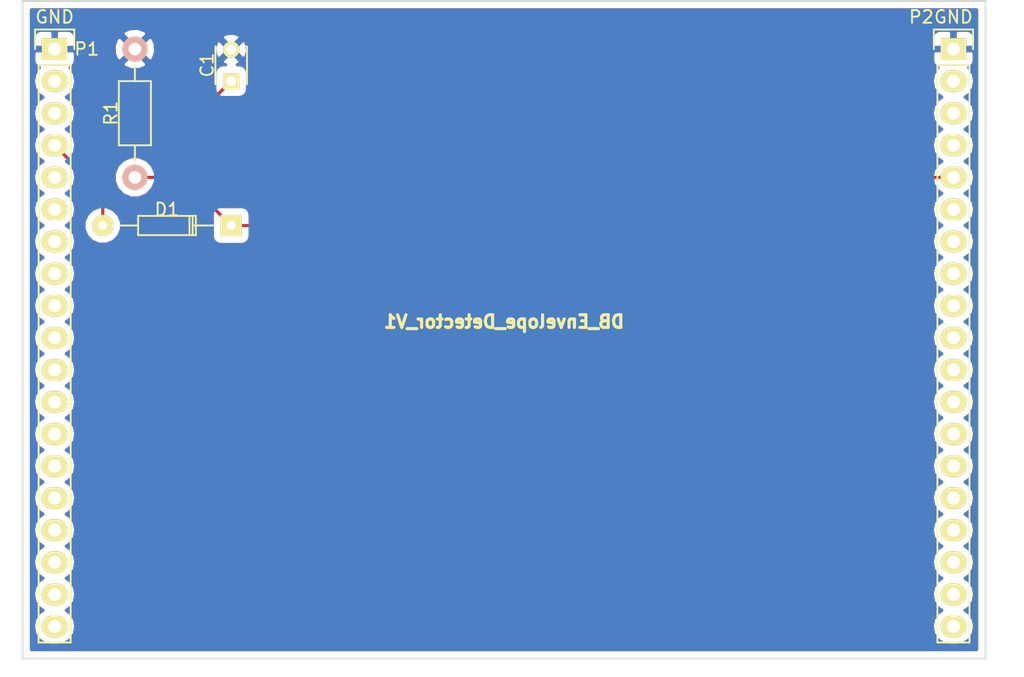
<source format=kicad_pcb>
(kicad_pcb (version 4) (host pcbnew 4.0.3+e1-6302~38~ubuntu16.04.1-stable)

  (general
    (links 7)
    (no_connects 0)
    (area 126.411667 101.524999 207.598334 155.38)
    (thickness 1.6)
    (drawings 6)
    (tracks 11)
    (zones 0)
    (modules 5)
    (nets 38)
  )

  (page A4)
  (layers
    (0 F.Cu signal)
    (31 B.Cu signal)
    (32 B.Adhes user)
    (33 F.Adhes user)
    (34 B.Paste user)
    (35 F.Paste user)
    (36 B.SilkS user)
    (37 F.SilkS user)
    (38 B.Mask user)
    (39 F.Mask user)
    (40 Dwgs.User user)
    (41 Cmts.User user)
    (42 Eco1.User user)
    (43 Eco2.User user)
    (44 Edge.Cuts user)
    (45 Margin user)
    (46 B.CrtYd user)
    (47 F.CrtYd user)
    (48 B.Fab user)
    (49 F.Fab user)
  )

  (setup
    (last_trace_width 0.25)
    (trace_clearance 0.2)
    (zone_clearance 0.508)
    (zone_45_only no)
    (trace_min 0.2)
    (segment_width 0.2)
    (edge_width 0.15)
    (via_size 0.6)
    (via_drill 0.4)
    (via_min_size 0.4)
    (via_min_drill 0.3)
    (uvia_size 0.3)
    (uvia_drill 0.1)
    (uvias_allowed no)
    (uvia_min_size 0.2)
    (uvia_min_drill 0.1)
    (pcb_text_width 0.3)
    (pcb_text_size 1 1)
    (mod_edge_width 0.15)
    (mod_text_size 1 1)
    (mod_text_width 0.15)
    (pad_size 1.524 1.524)
    (pad_drill 0.762)
    (pad_to_mask_clearance 0.2)
    (aux_axis_origin 0 0)
    (visible_elements 7FFFFFFF)
    (pcbplotparams
      (layerselection 0x000f0_80000001)
      (usegerberextensions false)
      (excludeedgelayer true)
      (linewidth 0.100000)
      (plotframeref false)
      (viasonmask false)
      (mode 1)
      (useauxorigin false)
      (hpglpennumber 1)
      (hpglpenspeed 20)
      (hpglpendiameter 15)
      (hpglpenoverlay 2)
      (psnegative false)
      (psa4output false)
      (plotreference true)
      (plotvalue true)
      (plotinvisibletext false)
      (padsonsilk false)
      (subtractmaskfromsilk false)
      (outputformat 1)
      (mirror false)
      (drillshape 0)
      (scaleselection 1)
      (outputdirectory gerber/))
  )

  (net 0 "")
  (net 1 "Net-(C1-Pad1)")
  (net 2 "Net-(D1-Pad2)")
  (net 3 "Net-(P1-Pad2)")
  (net 4 "Net-(P1-Pad3)")
  (net 5 "Net-(P1-Pad5)")
  (net 6 "Net-(P1-Pad6)")
  (net 7 "Net-(P1-Pad7)")
  (net 8 "Net-(P1-Pad8)")
  (net 9 "Net-(P1-Pad9)")
  (net 10 "Net-(P1-Pad10)")
  (net 11 "Net-(P1-Pad11)")
  (net 12 "Net-(P1-Pad12)")
  (net 13 "Net-(P1-Pad13)")
  (net 14 "Net-(P1-Pad14)")
  (net 15 "Net-(P1-Pad15)")
  (net 16 "Net-(P1-Pad16)")
  (net 17 "Net-(P1-Pad17)")
  (net 18 "Net-(P1-Pad18)")
  (net 19 "Net-(P1-Pad19)")
  (net 20 "Net-(P2-Pad2)")
  (net 21 "Net-(P2-Pad3)")
  (net 22 "Net-(P2-Pad4)")
  (net 23 "Net-(P2-Pad6)")
  (net 24 "Net-(P2-Pad7)")
  (net 25 "Net-(P2-Pad8)")
  (net 26 "Net-(P2-Pad9)")
  (net 27 "Net-(P2-Pad10)")
  (net 28 "Net-(P2-Pad11)")
  (net 29 "Net-(P2-Pad12)")
  (net 30 "Net-(P2-Pad13)")
  (net 31 "Net-(P2-Pad14)")
  (net 32 "Net-(P2-Pad15)")
  (net 33 "Net-(P2-Pad16)")
  (net 34 "Net-(P2-Pad17)")
  (net 35 "Net-(P2-Pad18)")
  (net 36 "Net-(P2-Pad19)")
  (net 37 GND)

  (net_class Default "This is the default net class."
    (clearance 0.2)
    (trace_width 0.25)
    (via_dia 0.6)
    (via_drill 0.4)
    (uvia_dia 0.3)
    (uvia_drill 0.1)
    (add_net GND)
    (add_net "Net-(C1-Pad1)")
    (add_net "Net-(D1-Pad2)")
    (add_net "Net-(P1-Pad10)")
    (add_net "Net-(P1-Pad11)")
    (add_net "Net-(P1-Pad12)")
    (add_net "Net-(P1-Pad13)")
    (add_net "Net-(P1-Pad14)")
    (add_net "Net-(P1-Pad15)")
    (add_net "Net-(P1-Pad16)")
    (add_net "Net-(P1-Pad17)")
    (add_net "Net-(P1-Pad18)")
    (add_net "Net-(P1-Pad19)")
    (add_net "Net-(P1-Pad2)")
    (add_net "Net-(P1-Pad3)")
    (add_net "Net-(P1-Pad5)")
    (add_net "Net-(P1-Pad6)")
    (add_net "Net-(P1-Pad7)")
    (add_net "Net-(P1-Pad8)")
    (add_net "Net-(P1-Pad9)")
    (add_net "Net-(P2-Pad10)")
    (add_net "Net-(P2-Pad11)")
    (add_net "Net-(P2-Pad12)")
    (add_net "Net-(P2-Pad13)")
    (add_net "Net-(P2-Pad14)")
    (add_net "Net-(P2-Pad15)")
    (add_net "Net-(P2-Pad16)")
    (add_net "Net-(P2-Pad17)")
    (add_net "Net-(P2-Pad18)")
    (add_net "Net-(P2-Pad19)")
    (add_net "Net-(P2-Pad2)")
    (add_net "Net-(P2-Pad3)")
    (add_net "Net-(P2-Pad4)")
    (add_net "Net-(P2-Pad6)")
    (add_net "Net-(P2-Pad7)")
    (add_net "Net-(P2-Pad8)")
    (add_net "Net-(P2-Pad9)")
  )

  (module Capacitors_ThroughHole:C_Disc_D3_P2.5 (layer F.Cu) (tedit 57B461C0) (tstamp 57AB4846)
    (at 144.78 107.95 90)
    (descr "Capacitor 3mm Disc, Pitch 2.5mm")
    (tags Capacitor)
    (path /57A4D575)
    (fp_text reference C1 (at 1.27 -1.905 90) (layer F.SilkS)
      (effects (font (size 1 1) (thickness 0.15)))
    )
    (fp_text value 10p (at 1.27 1.905 90) (layer F.Fab)
      (effects (font (size 1 1) (thickness 0.15)))
    )
    (fp_line (start -0.9 -1.5) (end 3.4 -1.5) (layer F.CrtYd) (width 0.05))
    (fp_line (start 3.4 -1.5) (end 3.4 1.5) (layer F.CrtYd) (width 0.05))
    (fp_line (start 3.4 1.5) (end -0.9 1.5) (layer F.CrtYd) (width 0.05))
    (fp_line (start -0.9 1.5) (end -0.9 -1.5) (layer F.CrtYd) (width 0.05))
    (fp_line (start -0.25 -1.25) (end 2.75 -1.25) (layer F.SilkS) (width 0.15))
    (fp_line (start 2.75 1.25) (end -0.25 1.25) (layer F.SilkS) (width 0.15))
    (pad 1 thru_hole rect (at 0 0 90) (size 1.3 1.3) (drill 0.8) (layers *.Cu *.Mask F.SilkS)
      (net 1 "Net-(C1-Pad1)"))
    (pad 2 thru_hole circle (at 2.5 0 90) (size 1.3 1.3) (drill 0.8001) (layers *.Cu *.Mask F.SilkS)
      (net 37 GND))
    (model Capacitors_ThroughHole.3dshapes/C_Disc_D3_P2.5.wrl
      (at (xyz 0.0492126 0 0))
      (scale (xyz 1 1 1))
      (rotate (xyz 0 0 0))
    )
  )

  (module Resistors_ThroughHole:Resistor_Horizontal_RM10mm (layer F.Cu) (tedit 57B4619E) (tstamp 57AB4880)
    (at 137.16 115.57 90)
    (descr "Resistor, Axial,  RM 10mm, 1/3W")
    (tags "Resistor Axial RM 10mm 1/3W")
    (path /57A4D538)
    (fp_text reference R1 (at 5.08 -1.905 90) (layer F.SilkS)
      (effects (font (size 1 1) (thickness 0.15)))
    )
    (fp_text value 3.9k (at 5.08 1.905 90) (layer F.Fab)
      (effects (font (size 1 1) (thickness 0.15)))
    )
    (fp_line (start -1.25 -1.5) (end 11.4 -1.5) (layer F.CrtYd) (width 0.05))
    (fp_line (start -1.25 1.5) (end -1.25 -1.5) (layer F.CrtYd) (width 0.05))
    (fp_line (start 11.4 -1.5) (end 11.4 1.5) (layer F.CrtYd) (width 0.05))
    (fp_line (start -1.25 1.5) (end 11.4 1.5) (layer F.CrtYd) (width 0.05))
    (fp_line (start 2.54 -1.27) (end 7.62 -1.27) (layer F.SilkS) (width 0.15))
    (fp_line (start 7.62 -1.27) (end 7.62 1.27) (layer F.SilkS) (width 0.15))
    (fp_line (start 7.62 1.27) (end 2.54 1.27) (layer F.SilkS) (width 0.15))
    (fp_line (start 2.54 1.27) (end 2.54 -1.27) (layer F.SilkS) (width 0.15))
    (fp_line (start 2.54 0) (end 1.27 0) (layer F.SilkS) (width 0.15))
    (fp_line (start 7.62 0) (end 8.89 0) (layer F.SilkS) (width 0.15))
    (pad 1 thru_hole circle (at 0 0 90) (size 1.99898 1.99898) (drill 1.00076) (layers *.Cu *.SilkS *.Mask)
      (net 1 "Net-(C1-Pad1)"))
    (pad 2 thru_hole circle (at 10.16 0 90) (size 1.99898 1.99898) (drill 1.00076) (layers *.Cu *.SilkS *.Mask)
      (net 37 GND))
    (model Resistors_ThroughHole.3dshapes/Resistor_Horizontal_RM10mm.wrl
      (at (xyz 0.2 0 0))
      (scale (xyz 0.4 0.4 0.4))
      (rotate (xyz 0 0 0))
    )
  )

  (module Diodes_ThroughHole:Diode_DO-35_SOD27_Horizontal_RM10 (layer F.Cu) (tedit 57B4618B) (tstamp 57AB484C)
    (at 144.78 119.38 180)
    (descr "Diode, DO-35,  SOD27, Horizontal, RM 10mm")
    (tags "Diode, DO-35, SOD27, Horizontal, RM 10mm, 1N4148,")
    (path /57A4D48B)
    (fp_text reference D1 (at 5.08 1.27 180) (layer F.SilkS)
      (effects (font (size 1 1) (thickness 0.15)))
    )
    (fp_text value 1N60 (at 5.08 -1.27 180) (layer F.Fab)
      (effects (font (size 1 1) (thickness 0.15)))
    )
    (fp_line (start 7.36652 -0.00254) (end 8.76352 -0.00254) (layer F.SilkS) (width 0.15))
    (fp_line (start 2.92152 -0.00254) (end 1.39752 -0.00254) (layer F.SilkS) (width 0.15))
    (fp_line (start 3.30252 -0.76454) (end 3.30252 0.75946) (layer F.SilkS) (width 0.15))
    (fp_line (start 3.04852 -0.76454) (end 3.04852 0.75946) (layer F.SilkS) (width 0.15))
    (fp_line (start 2.79452 -0.00254) (end 2.79452 0.75946) (layer F.SilkS) (width 0.15))
    (fp_line (start 2.79452 0.75946) (end 7.36652 0.75946) (layer F.SilkS) (width 0.15))
    (fp_line (start 7.36652 0.75946) (end 7.36652 -0.76454) (layer F.SilkS) (width 0.15))
    (fp_line (start 7.36652 -0.76454) (end 2.79452 -0.76454) (layer F.SilkS) (width 0.15))
    (fp_line (start 2.79452 -0.76454) (end 2.79452 -0.00254) (layer F.SilkS) (width 0.15))
    (pad 2 thru_hole circle (at 10.16052 -0.00254) (size 1.69926 1.69926) (drill 0.70104) (layers *.Cu *.Mask F.SilkS)
      (net 2 "Net-(D1-Pad2)"))
    (pad 1 thru_hole rect (at 0.00052 -0.00254) (size 1.69926 1.69926) (drill 0.70104) (layers *.Cu *.Mask F.SilkS)
      (net 1 "Net-(C1-Pad1)"))
    (model Diodes_ThroughHole.3dshapes/Diode_DO-35_SOD27_Horizontal_RM10.wrl
      (at (xyz 0.2 0 0))
      (scale (xyz 0.4 0.4 0.4))
      (rotate (xyz 0 0 180))
    )
  )

  (module Echopen:Header_1x19 (layer F.Cu) (tedit 57BB3326) (tstamp 57AB4863)
    (at 130.81 128.27)
    (descr "Through hole socket strip")
    (tags "socket strip")
    (path /57A857B8)
    (fp_text reference P1 (at 2.54 -22.86) (layer F.SilkS)
      (effects (font (size 1 1) (thickness 0.15)))
    )
    (fp_text value CONN_01X19 (at 0.635 26.035) (layer F.Fab)
      (effects (font (size 1 1) (thickness 0.15)))
    )
    (fp_text user GND (at 0 -25.4) (layer F.SilkS)
      (effects (font (size 1 1) (thickness 0.15)))
    )
    (fp_line (start 1.75 -24.61) (end -1.75 -24.61) (layer F.CrtYd) (width 0.05))
    (fp_line (start 1.75 24.64) (end -1.75 24.64) (layer F.CrtYd) (width 0.05))
    (fp_line (start 1.75 -24.61) (end 1.75 24.64) (layer F.CrtYd) (width 0.05))
    (fp_line (start -1.75 -24.61) (end -1.75 24.64) (layer F.CrtYd) (width 0.05))
    (fp_line (start -1.27 -21.59) (end -1.27 24.13) (layer F.SilkS) (width 0.15))
    (fp_line (start -1.27 24.13) (end 1.27 24.13) (layer F.SilkS) (width 0.15))
    (fp_line (start 1.27 24.13) (end 1.27 -21.59) (layer F.SilkS) (width 0.15))
    (fp_line (start -1.55 -24.41) (end -1.55 -22.86) (layer F.SilkS) (width 0.15))
    (fp_line (start -1.27 -21.59) (end 1.27 -21.59) (layer F.SilkS) (width 0.15))
    (fp_line (start 1.55 -22.86) (end 1.55 -24.41) (layer F.SilkS) (width 0.15))
    (fp_line (start 1.55 -24.41) (end -1.55 -24.41) (layer F.SilkS) (width 0.15))
    (pad 1 thru_hole rect (at 0 -22.86 270) (size 1.7272 2.032) (drill 1.016) (layers *.Cu *.Mask F.SilkS)
      (net 37 GND))
    (pad 2 thru_hole oval (at 0 -20.32 270) (size 1.7272 2.032) (drill 1.016) (layers *.Cu *.Mask F.SilkS)
      (net 3 "Net-(P1-Pad2)"))
    (pad 3 thru_hole oval (at 0 -17.78 270) (size 1.7272 2.032) (drill 1.016) (layers *.Cu *.Mask F.SilkS)
      (net 4 "Net-(P1-Pad3)"))
    (pad 4 thru_hole oval (at 0 -15.24 270) (size 1.7272 2.032) (drill 1.016) (layers *.Cu *.Mask F.SilkS)
      (net 2 "Net-(D1-Pad2)"))
    (pad 5 thru_hole oval (at 0 -12.7 270) (size 1.7272 2.032) (drill 1.016) (layers *.Cu *.Mask F.SilkS)
      (net 5 "Net-(P1-Pad5)"))
    (pad 6 thru_hole oval (at 0 -10.16 270) (size 1.7272 2.032) (drill 1.016) (layers *.Cu *.Mask F.SilkS)
      (net 6 "Net-(P1-Pad6)"))
    (pad 7 thru_hole oval (at 0 -7.62 270) (size 1.7272 2.032) (drill 1.016) (layers *.Cu *.Mask F.SilkS)
      (net 7 "Net-(P1-Pad7)"))
    (pad 8 thru_hole oval (at 0 -5.08 270) (size 1.7272 2.032) (drill 1.016) (layers *.Cu *.Mask F.SilkS)
      (net 8 "Net-(P1-Pad8)"))
    (pad 9 thru_hole oval (at 0 -2.54 270) (size 1.7272 2.032) (drill 1.016) (layers *.Cu *.Mask F.SilkS)
      (net 9 "Net-(P1-Pad9)"))
    (pad 10 thru_hole oval (at 0 0 270) (size 1.7272 2.032) (drill 1.016) (layers *.Cu *.Mask F.SilkS)
      (net 10 "Net-(P1-Pad10)"))
    (pad 11 thru_hole oval (at 0 2.54 270) (size 1.7272 2.032) (drill 1.016) (layers *.Cu *.Mask F.SilkS)
      (net 11 "Net-(P1-Pad11)"))
    (pad 12 thru_hole oval (at 0 5.08 270) (size 1.7272 2.032) (drill 1.016) (layers *.Cu *.Mask F.SilkS)
      (net 12 "Net-(P1-Pad12)"))
    (pad 13 thru_hole oval (at 0 7.62 270) (size 1.7272 2.032) (drill 1.016) (layers *.Cu *.Mask F.SilkS)
      (net 13 "Net-(P1-Pad13)"))
    (pad 14 thru_hole oval (at 0 10.16 270) (size 1.7272 2.032) (drill 1.016) (layers *.Cu *.Mask F.SilkS)
      (net 14 "Net-(P1-Pad14)"))
    (pad 15 thru_hole oval (at 0 12.7 270) (size 1.7272 2.032) (drill 1.016) (layers *.Cu *.Mask F.SilkS)
      (net 15 "Net-(P1-Pad15)"))
    (pad 16 thru_hole oval (at 0 15.24 270) (size 1.7272 2.032) (drill 1.016) (layers *.Cu *.Mask F.SilkS)
      (net 16 "Net-(P1-Pad16)"))
    (pad 17 thru_hole oval (at 0 17.78 270) (size 1.7272 2.032) (drill 1.016) (layers *.Cu *.Mask F.SilkS)
      (net 17 "Net-(P1-Pad17)"))
    (pad 18 thru_hole oval (at 0 20.32 270) (size 1.7272 2.032) (drill 1.016) (layers *.Cu *.Mask F.SilkS)
      (net 18 "Net-(P1-Pad18)"))
    (pad 19 thru_hole oval (at 0 22.86 270) (size 1.7272 2.032) (drill 1.016) (layers *.Cu *.Mask F.SilkS)
      (net 19 "Net-(P1-Pad19)"))
    (model Socket_Strips.3dshapes/Socket_Strip_Straight_1x19.wrl
      (at (xyz 0 0 0))
      (scale (xyz 1 1 1))
      (rotate (xyz 0 0 90))
    )
  )

  (module Echopen:Header_1x19 (layer F.Cu) (tedit 57BB332F) (tstamp 57AB487A)
    (at 201.93 128.27)
    (descr "Through hole socket strip")
    (tags "socket strip")
    (path /57A857FF)
    (fp_text reference P2 (at -2.54 -25.4) (layer F.SilkS)
      (effects (font (size 1 1) (thickness 0.15)))
    )
    (fp_text value CONN_01X19 (at 0.635 26.035) (layer F.Fab)
      (effects (font (size 1 1) (thickness 0.15)))
    )
    (fp_text user GND (at 0 -25.4) (layer F.SilkS)
      (effects (font (size 1 1) (thickness 0.15)))
    )
    (fp_line (start 1.75 -24.61) (end -1.75 -24.61) (layer F.CrtYd) (width 0.05))
    (fp_line (start 1.75 24.64) (end -1.75 24.64) (layer F.CrtYd) (width 0.05))
    (fp_line (start 1.75 -24.61) (end 1.75 24.64) (layer F.CrtYd) (width 0.05))
    (fp_line (start -1.75 -24.61) (end -1.75 24.64) (layer F.CrtYd) (width 0.05))
    (fp_line (start -1.27 -21.59) (end -1.27 24.13) (layer F.SilkS) (width 0.15))
    (fp_line (start -1.27 24.13) (end 1.27 24.13) (layer F.SilkS) (width 0.15))
    (fp_line (start 1.27 24.13) (end 1.27 -21.59) (layer F.SilkS) (width 0.15))
    (fp_line (start -1.55 -24.41) (end -1.55 -22.86) (layer F.SilkS) (width 0.15))
    (fp_line (start -1.27 -21.59) (end 1.27 -21.59) (layer F.SilkS) (width 0.15))
    (fp_line (start 1.55 -22.86) (end 1.55 -24.41) (layer F.SilkS) (width 0.15))
    (fp_line (start 1.55 -24.41) (end -1.55 -24.41) (layer F.SilkS) (width 0.15))
    (pad 1 thru_hole rect (at 0 -22.86 270) (size 1.7272 2.032) (drill 1.016) (layers *.Cu *.Mask F.SilkS)
      (net 37 GND))
    (pad 2 thru_hole oval (at 0 -20.32 270) (size 1.7272 2.032) (drill 1.016) (layers *.Cu *.Mask F.SilkS)
      (net 20 "Net-(P2-Pad2)"))
    (pad 3 thru_hole oval (at 0 -17.78 270) (size 1.7272 2.032) (drill 1.016) (layers *.Cu *.Mask F.SilkS)
      (net 21 "Net-(P2-Pad3)"))
    (pad 4 thru_hole oval (at 0 -15.24 270) (size 1.7272 2.032) (drill 1.016) (layers *.Cu *.Mask F.SilkS)
      (net 22 "Net-(P2-Pad4)"))
    (pad 5 thru_hole oval (at 0 -12.7 270) (size 1.7272 2.032) (drill 1.016) (layers *.Cu *.Mask F.SilkS)
      (net 1 "Net-(C1-Pad1)"))
    (pad 6 thru_hole oval (at 0 -10.16 270) (size 1.7272 2.032) (drill 1.016) (layers *.Cu *.Mask F.SilkS)
      (net 23 "Net-(P2-Pad6)"))
    (pad 7 thru_hole oval (at 0 -7.62 270) (size 1.7272 2.032) (drill 1.016) (layers *.Cu *.Mask F.SilkS)
      (net 24 "Net-(P2-Pad7)"))
    (pad 8 thru_hole oval (at 0 -5.08 270) (size 1.7272 2.032) (drill 1.016) (layers *.Cu *.Mask F.SilkS)
      (net 25 "Net-(P2-Pad8)"))
    (pad 9 thru_hole oval (at 0 -2.54 270) (size 1.7272 2.032) (drill 1.016) (layers *.Cu *.Mask F.SilkS)
      (net 26 "Net-(P2-Pad9)"))
    (pad 10 thru_hole oval (at 0 0 270) (size 1.7272 2.032) (drill 1.016) (layers *.Cu *.Mask F.SilkS)
      (net 27 "Net-(P2-Pad10)"))
    (pad 11 thru_hole oval (at 0 2.54 270) (size 1.7272 2.032) (drill 1.016) (layers *.Cu *.Mask F.SilkS)
      (net 28 "Net-(P2-Pad11)"))
    (pad 12 thru_hole oval (at 0 5.08 270) (size 1.7272 2.032) (drill 1.016) (layers *.Cu *.Mask F.SilkS)
      (net 29 "Net-(P2-Pad12)"))
    (pad 13 thru_hole oval (at 0 7.62 270) (size 1.7272 2.032) (drill 1.016) (layers *.Cu *.Mask F.SilkS)
      (net 30 "Net-(P2-Pad13)"))
    (pad 14 thru_hole oval (at 0 10.16 270) (size 1.7272 2.032) (drill 1.016) (layers *.Cu *.Mask F.SilkS)
      (net 31 "Net-(P2-Pad14)"))
    (pad 15 thru_hole oval (at 0 12.7 270) (size 1.7272 2.032) (drill 1.016) (layers *.Cu *.Mask F.SilkS)
      (net 32 "Net-(P2-Pad15)"))
    (pad 16 thru_hole oval (at 0 15.24 270) (size 1.7272 2.032) (drill 1.016) (layers *.Cu *.Mask F.SilkS)
      (net 33 "Net-(P2-Pad16)"))
    (pad 17 thru_hole oval (at 0 17.78 270) (size 1.7272 2.032) (drill 1.016) (layers *.Cu *.Mask F.SilkS)
      (net 34 "Net-(P2-Pad17)"))
    (pad 18 thru_hole oval (at 0 20.32 270) (size 1.7272 2.032) (drill 1.016) (layers *.Cu *.Mask F.SilkS)
      (net 35 "Net-(P2-Pad18)"))
    (pad 19 thru_hole oval (at 0 22.86 270) (size 1.7272 2.032) (drill 1.016) (layers *.Cu *.Mask F.SilkS)
      (net 36 "Net-(P2-Pad19)"))
    (model Socket_Strips.3dshapes/Socket_Strip_Straight_1x19.wrl
      (at (xyz 0 0 0))
      (scale (xyz 1 1 1))
      (rotate (xyz 0 0 90))
    )
  )

  (gr_text DB_Envelope_Detector_V1 (at 166.37 127) (layer F.SilkS)
    (effects (font (size 1 1) (thickness 0.25)) (justify mirror))
  )
  (gr_line (start 204.47 153.67) (end 191.77 153.67) (angle 90) (layer Edge.Cuts) (width 0.15))
  (gr_line (start 204.47 101.6) (end 204.47 153.67) (angle 90) (layer Edge.Cuts) (width 0.15))
  (gr_line (start 128.27 101.6) (end 204.47 101.6) (angle 90) (layer Edge.Cuts) (width 0.15))
  (gr_line (start 191.77 153.67) (end 128.27 153.67) (angle 90) (layer Edge.Cuts) (width 0.15))
  (gr_line (start 128.27 101.6) (end 128.27 153.67) (angle 90) (layer Edge.Cuts) (width 0.15))

  (segment (start 201.93 115.57) (end 189.23 115.57) (width 0.25) (layer F.Cu) (net 1))
  (segment (start 185.41746 119.38254) (end 189.23 115.57) (width 0.25) (layer F.Cu) (net 1) (tstamp 57BC6798))
  (segment (start 185.41746 119.38254) (end 144.77948 119.38254) (width 0.25) (layer F.Cu) (net 1))
  (segment (start 140.97 115.57) (end 140.97 111.76) (width 0.25) (layer F.Cu) (net 1))
  (segment (start 140.97 111.76) (end 144.78 107.95) (width 0.25) (layer F.Cu) (net 1) (tstamp 57BC678A))
  (segment (start 137.16 115.57) (end 140.97 115.57) (width 0.25) (layer F.Cu) (net 1))
  (segment (start 140.97 115.57) (end 140.96694 115.57) (width 0.25) (layer F.Cu) (net 1) (tstamp 57BC6788))
  (segment (start 140.96694 115.57) (end 144.77948 119.38254) (width 0.25) (layer F.Cu) (net 1) (tstamp 57BC6783))
  (segment (start 144.77948 107.95052) (end 144.78 107.95) (width 0.25) (layer F.Cu) (net 1) (tstamp 57AC31D2) (status 30))
  (segment (start 134.61948 119.38254) (end 134.61948 116.83948) (width 0.25) (layer F.Cu) (net 2))
  (segment (start 134.61948 116.83948) (end 130.81 113.03) (width 0.25) (layer F.Cu) (net 2) (tstamp 57BB344C) (status 20))

  (zone (net 37) (net_name GND) (layer F.Cu) (tstamp 57BEB44B) (hatch edge 0.508)
    (connect_pads (clearance 0.508))
    (min_thickness 0.254)
    (fill yes (arc_segments 16) (thermal_gap 0.508) (thermal_bridge_width 0.508))
    (polygon
      (pts
        (xy 204.47 153.67) (xy 128.27 153.67) (xy 128.27 101.6) (xy 204.47 101.6)
      )
    )
    (filled_polygon
      (pts
        (xy 203.76 152.96) (xy 128.98 152.96) (xy 128.98 107.95) (xy 129.126655 107.95) (xy 129.240729 108.523489)
        (xy 129.565585 109.00967) (xy 129.880366 109.22) (xy 129.565585 109.43033) (xy 129.240729 109.916511) (xy 129.126655 110.49)
        (xy 129.240729 111.063489) (xy 129.565585 111.54967) (xy 129.880366 111.76) (xy 129.565585 111.97033) (xy 129.240729 112.456511)
        (xy 129.126655 113.03) (xy 129.240729 113.603489) (xy 129.565585 114.08967) (xy 129.880366 114.3) (xy 129.565585 114.51033)
        (xy 129.240729 114.996511) (xy 129.126655 115.57) (xy 129.240729 116.143489) (xy 129.565585 116.62967) (xy 129.880366 116.84)
        (xy 129.565585 117.05033) (xy 129.240729 117.536511) (xy 129.126655 118.11) (xy 129.240729 118.683489) (xy 129.565585 119.16967)
        (xy 129.880366 119.38) (xy 129.565585 119.59033) (xy 129.240729 120.076511) (xy 129.126655 120.65) (xy 129.240729 121.223489)
        (xy 129.565585 121.70967) (xy 129.880366 121.92) (xy 129.565585 122.13033) (xy 129.240729 122.616511) (xy 129.126655 123.19)
        (xy 129.240729 123.763489) (xy 129.565585 124.24967) (xy 129.880366 124.46) (xy 129.565585 124.67033) (xy 129.240729 125.156511)
        (xy 129.126655 125.73) (xy 129.240729 126.303489) (xy 129.565585 126.78967) (xy 129.880366 127) (xy 129.565585 127.21033)
        (xy 129.240729 127.696511) (xy 129.126655 128.27) (xy 129.240729 128.843489) (xy 129.565585 129.32967) (xy 129.880366 129.54)
        (xy 129.565585 129.75033) (xy 129.240729 130.236511) (xy 129.126655 130.81) (xy 129.240729 131.383489) (xy 129.565585 131.86967)
        (xy 129.880366 132.08) (xy 129.565585 132.29033) (xy 129.240729 132.776511) (xy 129.126655 133.35) (xy 129.240729 133.923489)
        (xy 129.565585 134.40967) (xy 129.880366 134.62) (xy 129.565585 134.83033) (xy 129.240729 135.316511) (xy 129.126655 135.89)
        (xy 129.240729 136.463489) (xy 129.565585 136.94967) (xy 129.880366 137.16) (xy 129.565585 137.37033) (xy 129.240729 137.856511)
        (xy 129.126655 138.43) (xy 129.240729 139.003489) (xy 129.565585 139.48967) (xy 129.880366 139.7) (xy 129.565585 139.91033)
        (xy 129.240729 140.396511) (xy 129.126655 140.97) (xy 129.240729 141.543489) (xy 129.565585 142.02967) (xy 129.880366 142.24)
        (xy 129.565585 142.45033) (xy 129.240729 142.936511) (xy 129.126655 143.51) (xy 129.240729 144.083489) (xy 129.565585 144.56967)
        (xy 129.880366 144.78) (xy 129.565585 144.99033) (xy 129.240729 145.476511) (xy 129.126655 146.05) (xy 129.240729 146.623489)
        (xy 129.565585 147.10967) (xy 129.880366 147.32) (xy 129.565585 147.53033) (xy 129.240729 148.016511) (xy 129.126655 148.59)
        (xy 129.240729 149.163489) (xy 129.565585 149.64967) (xy 129.880366 149.86) (xy 129.565585 150.07033) (xy 129.240729 150.556511)
        (xy 129.126655 151.13) (xy 129.240729 151.703489) (xy 129.565585 152.18967) (xy 130.051766 152.514526) (xy 130.625255 152.6286)
        (xy 130.994745 152.6286) (xy 131.568234 152.514526) (xy 132.054415 152.18967) (xy 132.379271 151.703489) (xy 132.493345 151.13)
        (xy 132.379271 150.556511) (xy 132.054415 150.07033) (xy 131.739634 149.86) (xy 132.054415 149.64967) (xy 132.379271 149.163489)
        (xy 132.493345 148.59) (xy 132.379271 148.016511) (xy 132.054415 147.53033) (xy 131.739634 147.32) (xy 132.054415 147.10967)
        (xy 132.379271 146.623489) (xy 132.493345 146.05) (xy 132.379271 145.476511) (xy 132.054415 144.99033) (xy 131.739634 144.78)
        (xy 132.054415 144.56967) (xy 132.379271 144.083489) (xy 132.493345 143.51) (xy 132.379271 142.936511) (xy 132.054415 142.45033)
        (xy 131.739634 142.24) (xy 132.054415 142.02967) (xy 132.379271 141.543489) (xy 132.493345 140.97) (xy 132.379271 140.396511)
        (xy 132.054415 139.91033) (xy 131.739634 139.7) (xy 132.054415 139.48967) (xy 132.379271 139.003489) (xy 132.493345 138.43)
        (xy 132.379271 137.856511) (xy 132.054415 137.37033) (xy 131.739634 137.16) (xy 132.054415 136.94967) (xy 132.379271 136.463489)
        (xy 132.493345 135.89) (xy 132.379271 135.316511) (xy 132.054415 134.83033) (xy 131.739634 134.62) (xy 132.054415 134.40967)
        (xy 132.379271 133.923489) (xy 132.493345 133.35) (xy 132.379271 132.776511) (xy 132.054415 132.29033) (xy 131.739634 132.08)
        (xy 132.054415 131.86967) (xy 132.379271 131.383489) (xy 132.493345 130.81) (xy 132.379271 130.236511) (xy 132.054415 129.75033)
        (xy 131.739634 129.54) (xy 132.054415 129.32967) (xy 132.379271 128.843489) (xy 132.493345 128.27) (xy 132.379271 127.696511)
        (xy 132.054415 127.21033) (xy 131.739634 127) (xy 132.054415 126.78967) (xy 132.379271 126.303489) (xy 132.493345 125.73)
        (xy 132.379271 125.156511) (xy 132.054415 124.67033) (xy 131.739634 124.46) (xy 132.054415 124.24967) (xy 132.379271 123.763489)
        (xy 132.493345 123.19) (xy 132.379271 122.616511) (xy 132.054415 122.13033) (xy 131.739634 121.92) (xy 132.054415 121.70967)
        (xy 132.379271 121.223489) (xy 132.493345 120.65) (xy 132.379271 120.076511) (xy 132.054415 119.59033) (xy 131.739634 119.38)
        (xy 132.054415 119.16967) (xy 132.379271 118.683489) (xy 132.493345 118.11) (xy 132.379271 117.536511) (xy 132.054415 117.05033)
        (xy 131.739634 116.84) (xy 132.054415 116.62967) (xy 132.379271 116.143489) (xy 132.457152 115.751954) (xy 133.85948 117.154282)
        (xy 133.85948 118.090193) (xy 133.779603 118.123198) (xy 133.361606 118.540466) (xy 133.135108 119.085933) (xy 133.134592 119.676556)
        (xy 133.360138 120.222417) (xy 133.777406 120.640414) (xy 134.322873 120.866912) (xy 134.913496 120.867428) (xy 135.459357 120.641882)
        (xy 135.877354 120.224614) (xy 136.103852 119.679147) (xy 136.104368 119.088524) (xy 135.878822 118.542663) (xy 135.461554 118.124666)
        (xy 135.37948 118.090586) (xy 135.37948 116.83948) (xy 135.321628 116.548641) (xy 135.321628 116.54864) (xy 135.156881 116.302079)
        (xy 134.748496 115.893694) (xy 135.525226 115.893694) (xy 135.773538 116.494655) (xy 136.232927 116.954846) (xy 136.833453 117.204206)
        (xy 137.483694 117.204774) (xy 138.084655 116.956462) (xy 138.544846 116.497073) (xy 138.614221 116.33) (xy 140.652138 116.33)
        (xy 143.28241 118.960272) (xy 143.28241 120.23217) (xy 143.326688 120.467487) (xy 143.46576 120.683611) (xy 143.67796 120.828601)
        (xy 143.92985 120.87961) (xy 145.62911 120.87961) (xy 145.864427 120.835332) (xy 146.080551 120.69626) (xy 146.225541 120.48406)
        (xy 146.27655 120.23217) (xy 146.27655 120.14254) (xy 185.41746 120.14254) (xy 185.708299 120.084688) (xy 185.954861 119.919941)
        (xy 189.544802 116.33) (xy 200.485352 116.33) (xy 200.685585 116.62967) (xy 201.000366 116.84) (xy 200.685585 117.05033)
        (xy 200.360729 117.536511) (xy 200.246655 118.11) (xy 200.360729 118.683489) (xy 200.685585 119.16967) (xy 201.000366 119.38)
        (xy 200.685585 119.59033) (xy 200.360729 120.076511) (xy 200.246655 120.65) (xy 200.360729 121.223489) (xy 200.685585 121.70967)
        (xy 201.000366 121.92) (xy 200.685585 122.13033) (xy 200.360729 122.616511) (xy 200.246655 123.19) (xy 200.360729 123.763489)
        (xy 200.685585 124.24967) (xy 201.000366 124.46) (xy 200.685585 124.67033) (xy 200.360729 125.156511) (xy 200.246655 125.73)
        (xy 200.360729 126.303489) (xy 200.685585 126.78967) (xy 201.000366 127) (xy 200.685585 127.21033) (xy 200.360729 127.696511)
        (xy 200.246655 128.27) (xy 200.360729 128.843489) (xy 200.685585 129.32967) (xy 201.000366 129.54) (xy 200.685585 129.75033)
        (xy 200.360729 130.236511) (xy 200.246655 130.81) (xy 200.360729 131.383489) (xy 200.685585 131.86967) (xy 201.000366 132.08)
        (xy 200.685585 132.29033) (xy 200.360729 132.776511) (xy 200.246655 133.35) (xy 200.360729 133.923489) (xy 200.685585 134.40967)
        (xy 201.000366 134.62) (xy 200.685585 134.83033) (xy 200.360729 135.316511) (xy 200.246655 135.89) (xy 200.360729 136.463489)
        (xy 200.685585 136.94967) (xy 201.000366 137.16) (xy 200.685585 137.37033) (xy 200.360729 137.856511) (xy 200.246655 138.43)
        (xy 200.360729 139.003489) (xy 200.685585 139.48967) (xy 201.000366 139.7) (xy 200.685585 139.91033) (xy 200.360729 140.396511)
        (xy 200.246655 140.97) (xy 200.360729 141.543489) (xy 200.685585 142.02967) (xy 201.000366 142.24) (xy 200.685585 142.45033)
        (xy 200.360729 142.936511) (xy 200.246655 143.51) (xy 200.360729 144.083489) (xy 200.685585 144.56967) (xy 201.000366 144.78)
        (xy 200.685585 144.99033) (xy 200.360729 145.476511) (xy 200.246655 146.05) (xy 200.360729 146.623489) (xy 200.685585 147.10967)
        (xy 201.000366 147.32) (xy 200.685585 147.53033) (xy 200.360729 148.016511) (xy 200.246655 148.59) (xy 200.360729 149.163489)
        (xy 200.685585 149.64967) (xy 201.000366 149.86) (xy 200.685585 150.07033) (xy 200.360729 150.556511) (xy 200.246655 151.13)
        (xy 200.360729 151.703489) (xy 200.685585 152.18967) (xy 201.171766 152.514526) (xy 201.745255 152.6286) (xy 202.114745 152.6286)
        (xy 202.688234 152.514526) (xy 203.174415 152.18967) (xy 203.499271 151.703489) (xy 203.613345 151.13) (xy 203.499271 150.556511)
        (xy 203.174415 150.07033) (xy 202.859634 149.86) (xy 203.174415 149.64967) (xy 203.499271 149.163489) (xy 203.613345 148.59)
        (xy 203.499271 148.016511) (xy 203.174415 147.53033) (xy 202.859634 147.32) (xy 203.174415 147.10967) (xy 203.499271 146.623489)
        (xy 203.613345 146.05) (xy 203.499271 145.476511) (xy 203.174415 144.99033) (xy 202.859634 144.78) (xy 203.174415 144.56967)
        (xy 203.499271 144.083489) (xy 203.613345 143.51) (xy 203.499271 142.936511) (xy 203.174415 142.45033) (xy 202.859634 142.24)
        (xy 203.174415 142.02967) (xy 203.499271 141.543489) (xy 203.613345 140.97) (xy 203.499271 140.396511) (xy 203.174415 139.91033)
        (xy 202.859634 139.7) (xy 203.174415 139.48967) (xy 203.499271 139.003489) (xy 203.613345 138.43) (xy 203.499271 137.856511)
        (xy 203.174415 137.37033) (xy 202.859634 137.16) (xy 203.174415 136.94967) (xy 203.499271 136.463489) (xy 203.613345 135.89)
        (xy 203.499271 135.316511) (xy 203.174415 134.83033) (xy 202.859634 134.62) (xy 203.174415 134.40967) (xy 203.499271 133.923489)
        (xy 203.613345 133.35) (xy 203.499271 132.776511) (xy 203.174415 132.29033) (xy 202.859634 132.08) (xy 203.174415 131.86967)
        (xy 203.499271 131.383489) (xy 203.613345 130.81) (xy 203.499271 130.236511) (xy 203.174415 129.75033) (xy 202.859634 129.54)
        (xy 203.174415 129.32967) (xy 203.499271 128.843489) (xy 203.613345 128.27) (xy 203.499271 127.696511) (xy 203.174415 127.21033)
        (xy 202.859634 127) (xy 203.174415 126.78967) (xy 203.499271 126.303489) (xy 203.613345 125.73) (xy 203.499271 125.156511)
        (xy 203.174415 124.67033) (xy 202.859634 124.46) (xy 203.174415 124.24967) (xy 203.499271 123.763489) (xy 203.613345 123.19)
        (xy 203.499271 122.616511) (xy 203.174415 122.13033) (xy 202.859634 121.92) (xy 203.174415 121.70967) (xy 203.499271 121.223489)
        (xy 203.613345 120.65) (xy 203.499271 120.076511) (xy 203.174415 119.59033) (xy 202.859634 119.38) (xy 203.174415 119.16967)
        (xy 203.499271 118.683489) (xy 203.613345 118.11) (xy 203.499271 117.536511) (xy 203.174415 117.05033) (xy 202.859634 116.84)
        (xy 203.174415 116.62967) (xy 203.499271 116.143489) (xy 203.613345 115.57) (xy 203.499271 114.996511) (xy 203.174415 114.51033)
        (xy 202.859634 114.3) (xy 203.174415 114.08967) (xy 203.499271 113.603489) (xy 203.613345 113.03) (xy 203.499271 112.456511)
        (xy 203.174415 111.97033) (xy 202.859634 111.76) (xy 203.174415 111.54967) (xy 203.499271 111.063489) (xy 203.613345 110.49)
        (xy 203.499271 109.916511) (xy 203.174415 109.43033) (xy 202.859634 109.22) (xy 203.174415 109.00967) (xy 203.499271 108.523489)
        (xy 203.613345 107.95) (xy 203.499271 107.376511) (xy 203.174415 106.89033) (xy 203.15222 106.8755) (xy 203.305699 106.811927)
        (xy 203.484327 106.633298) (xy 203.581 106.399909) (xy 203.581 105.69575) (xy 203.42225 105.537) (xy 202.057 105.537)
        (xy 202.057 105.557) (xy 201.803 105.557) (xy 201.803 105.537) (xy 200.43775 105.537) (xy 200.279 105.69575)
        (xy 200.279 106.399909) (xy 200.375673 106.633298) (xy 200.554301 106.811927) (xy 200.70778 106.8755) (xy 200.685585 106.89033)
        (xy 200.360729 107.376511) (xy 200.246655 107.95) (xy 200.360729 108.523489) (xy 200.685585 109.00967) (xy 201.000366 109.22)
        (xy 200.685585 109.43033) (xy 200.360729 109.916511) (xy 200.246655 110.49) (xy 200.360729 111.063489) (xy 200.685585 111.54967)
        (xy 201.000366 111.76) (xy 200.685585 111.97033) (xy 200.360729 112.456511) (xy 200.246655 113.03) (xy 200.360729 113.603489)
        (xy 200.685585 114.08967) (xy 201.000366 114.3) (xy 200.685585 114.51033) (xy 200.485352 114.81) (xy 189.23 114.81)
        (xy 188.939161 114.867852) (xy 188.692599 115.032599) (xy 185.102658 118.62254) (xy 146.27655 118.62254) (xy 146.27655 118.53291)
        (xy 146.232272 118.297593) (xy 146.0932 118.081469) (xy 145.881 117.936479) (xy 145.62911 117.88547) (xy 144.357212 117.88547)
        (xy 141.73 115.258258) (xy 141.73 112.074802) (xy 144.557362 109.24744) (xy 145.43 109.24744) (xy 145.665317 109.203162)
        (xy 145.881441 109.06409) (xy 146.026431 108.85189) (xy 146.07744 108.6) (xy 146.07744 107.3) (xy 146.033162 107.064683)
        (xy 145.89409 106.848559) (xy 145.68189 106.703569) (xy 145.43 106.65256) (xy 145.267615 106.65256) (xy 145.443729 106.579611)
        (xy 145.49941 106.349016) (xy 144.78 105.629605) (xy 144.06059 106.349016) (xy 144.116271 106.579611) (xy 144.325902 106.65256)
        (xy 144.13 106.65256) (xy 143.894683 106.696838) (xy 143.678559 106.83591) (xy 143.533569 107.04811) (xy 143.48256 107.3)
        (xy 143.48256 108.172638) (xy 140.432599 111.222599) (xy 140.267852 111.469161) (xy 140.21 111.76) (xy 140.21 114.81)
        (xy 138.614496 114.81) (xy 138.546462 114.645345) (xy 138.087073 114.185154) (xy 137.486547 113.935794) (xy 136.836306 113.935226)
        (xy 136.235345 114.183538) (xy 135.775154 114.642927) (xy 135.525794 115.243453) (xy 135.525226 115.893694) (xy 134.748496 115.893694)
        (xy 132.392381 113.537579) (xy 132.493345 113.03) (xy 132.379271 112.456511) (xy 132.054415 111.97033) (xy 131.739634 111.76)
        (xy 132.054415 111.54967) (xy 132.379271 111.063489) (xy 132.493345 110.49) (xy 132.379271 109.916511) (xy 132.054415 109.43033)
        (xy 131.739634 109.22) (xy 132.054415 109.00967) (xy 132.379271 108.523489) (xy 132.493345 107.95) (xy 132.379271 107.376511)
        (xy 132.054415 106.89033) (xy 132.03222 106.8755) (xy 132.185699 106.811927) (xy 132.364327 106.633298) (xy 132.393792 106.562163)
        (xy 136.187443 106.562163) (xy 136.286042 106.828965) (xy 136.895582 107.055401) (xy 137.545377 107.031341) (xy 138.033958 106.828965)
        (xy 138.132557 106.562163) (xy 137.16 105.589605) (xy 136.187443 106.562163) (xy 132.393792 106.562163) (xy 132.461 106.399909)
        (xy 132.461 105.69575) (xy 132.30225 105.537) (xy 130.937 105.537) (xy 130.937 105.557) (xy 130.683 105.557)
        (xy 130.683 105.537) (xy 129.31775 105.537) (xy 129.159 105.69575) (xy 129.159 106.399909) (xy 129.255673 106.633298)
        (xy 129.434301 106.811927) (xy 129.58778 106.8755) (xy 129.565585 106.89033) (xy 129.240729 107.376511) (xy 129.126655 107.95)
        (xy 128.98 107.95) (xy 128.98 104.420091) (xy 129.159 104.420091) (xy 129.159 105.12425) (xy 129.31775 105.283)
        (xy 130.683 105.283) (xy 130.683 104.07015) (xy 130.937 104.07015) (xy 130.937 105.283) (xy 132.30225 105.283)
        (xy 132.439668 105.145582) (xy 135.514599 105.145582) (xy 135.538659 105.795377) (xy 135.741035 106.283958) (xy 136.007837 106.382557)
        (xy 136.980395 105.41) (xy 137.339605 105.41) (xy 138.312163 106.382557) (xy 138.578965 106.283958) (xy 138.805401 105.674418)
        (xy 138.790393 105.269078) (xy 143.482378 105.269078) (xy 143.511917 105.779428) (xy 143.650389 106.113729) (xy 143.880984 106.16941)
        (xy 144.600395 105.45) (xy 144.959605 105.45) (xy 145.679016 106.16941) (xy 145.909611 106.113729) (xy 146.077622 105.630922)
        (xy 146.048083 105.120572) (xy 145.909611 104.786271) (xy 145.679016 104.73059) (xy 144.959605 105.45) (xy 144.600395 105.45)
        (xy 143.880984 104.73059) (xy 143.650389 104.786271) (xy 143.482378 105.269078) (xy 138.790393 105.269078) (xy 138.781341 105.024623)
        (xy 138.585155 104.550984) (xy 144.06059 104.550984) (xy 144.78 105.270395) (xy 145.49941 104.550984) (xy 145.467804 104.420091)
        (xy 200.279 104.420091) (xy 200.279 105.12425) (xy 200.43775 105.283) (xy 201.803 105.283) (xy 201.803 104.07015)
        (xy 202.057 104.07015) (xy 202.057 105.283) (xy 203.42225 105.283) (xy 203.581 105.12425) (xy 203.581 104.420091)
        (xy 203.484327 104.186702) (xy 203.305699 104.008073) (xy 203.07231 103.9114) (xy 202.21575 103.9114) (xy 202.057 104.07015)
        (xy 201.803 104.07015) (xy 201.64425 103.9114) (xy 200.78769 103.9114) (xy 200.554301 104.008073) (xy 200.375673 104.186702)
        (xy 200.279 104.420091) (xy 145.467804 104.420091) (xy 145.443729 104.320389) (xy 144.960922 104.152378) (xy 144.450572 104.181917)
        (xy 144.116271 104.320389) (xy 144.06059 104.550984) (xy 138.585155 104.550984) (xy 138.578965 104.536042) (xy 138.312163 104.437443)
        (xy 137.339605 105.41) (xy 136.980395 105.41) (xy 136.007837 104.437443) (xy 135.741035 104.536042) (xy 135.514599 105.145582)
        (xy 132.439668 105.145582) (xy 132.461 105.12425) (xy 132.461 104.420091) (xy 132.393793 104.257837) (xy 136.187443 104.257837)
        (xy 137.16 105.230395) (xy 138.132557 104.257837) (xy 138.033958 103.991035) (xy 137.424418 103.764599) (xy 136.774623 103.788659)
        (xy 136.286042 103.991035) (xy 136.187443 104.257837) (xy 132.393793 104.257837) (xy 132.364327 104.186702) (xy 132.185699 104.008073)
        (xy 131.95231 103.9114) (xy 131.09575 103.9114) (xy 130.937 104.07015) (xy 130.683 104.07015) (xy 130.52425 103.9114)
        (xy 129.66769 103.9114) (xy 129.434301 104.008073) (xy 129.255673 104.186702) (xy 129.159 104.420091) (xy 128.98 104.420091)
        (xy 128.98 102.31) (xy 203.76 102.31)
      )
    )
  )
  (zone (net 37) (net_name GND) (layer B.Cu) (tstamp 57BEB44C) (hatch edge 0.508)
    (connect_pads (clearance 0.508))
    (min_thickness 0.254)
    (fill yes (arc_segments 16) (thermal_gap 0.508) (thermal_bridge_width 0.508))
    (polygon
      (pts
        (xy 204.47 153.67) (xy 128.27 153.67) (xy 128.27 101.6) (xy 204.47 101.6)
      )
    )
    (filled_polygon
      (pts
        (xy 203.76 152.96) (xy 128.98 152.96) (xy 128.98 107.95) (xy 129.126655 107.95) (xy 129.240729 108.523489)
        (xy 129.565585 109.00967) (xy 129.880366 109.22) (xy 129.565585 109.43033) (xy 129.240729 109.916511) (xy 129.126655 110.49)
        (xy 129.240729 111.063489) (xy 129.565585 111.54967) (xy 129.880366 111.76) (xy 129.565585 111.97033) (xy 129.240729 112.456511)
        (xy 129.126655 113.03) (xy 129.240729 113.603489) (xy 129.565585 114.08967) (xy 129.880366 114.3) (xy 129.565585 114.51033)
        (xy 129.240729 114.996511) (xy 129.126655 115.57) (xy 129.240729 116.143489) (xy 129.565585 116.62967) (xy 129.880366 116.84)
        (xy 129.565585 117.05033) (xy 129.240729 117.536511) (xy 129.126655 118.11) (xy 129.240729 118.683489) (xy 129.565585 119.16967)
        (xy 129.880366 119.38) (xy 129.565585 119.59033) (xy 129.240729 120.076511) (xy 129.126655 120.65) (xy 129.240729 121.223489)
        (xy 129.565585 121.70967) (xy 129.880366 121.92) (xy 129.565585 122.13033) (xy 129.240729 122.616511) (xy 129.126655 123.19)
        (xy 129.240729 123.763489) (xy 129.565585 124.24967) (xy 129.880366 124.46) (xy 129.565585 124.67033) (xy 129.240729 125.156511)
        (xy 129.126655 125.73) (xy 129.240729 126.303489) (xy 129.565585 126.78967) (xy 129.880366 127) (xy 129.565585 127.21033)
        (xy 129.240729 127.696511) (xy 129.126655 128.27) (xy 129.240729 128.843489) (xy 129.565585 129.32967) (xy 129.880366 129.54)
        (xy 129.565585 129.75033) (xy 129.240729 130.236511) (xy 129.126655 130.81) (xy 129.240729 131.383489) (xy 129.565585 131.86967)
        (xy 129.880366 132.08) (xy 129.565585 132.29033) (xy 129.240729 132.776511) (xy 129.126655 133.35) (xy 129.240729 133.923489)
        (xy 129.565585 134.40967) (xy 129.880366 134.62) (xy 129.565585 134.83033) (xy 129.240729 135.316511) (xy 129.126655 135.89)
        (xy 129.240729 136.463489) (xy 129.565585 136.94967) (xy 129.880366 137.16) (xy 129.565585 137.37033) (xy 129.240729 137.856511)
        (xy 129.126655 138.43) (xy 129.240729 139.003489) (xy 129.565585 139.48967) (xy 129.880366 139.7) (xy 129.565585 139.91033)
        (xy 129.240729 140.396511) (xy 129.126655 140.97) (xy 129.240729 141.543489) (xy 129.565585 142.02967) (xy 129.880366 142.24)
        (xy 129.565585 142.45033) (xy 129.240729 142.936511) (xy 129.126655 143.51) (xy 129.240729 144.083489) (xy 129.565585 144.56967)
        (xy 129.880366 144.78) (xy 129.565585 144.99033) (xy 129.240729 145.476511) (xy 129.126655 146.05) (xy 129.240729 146.623489)
        (xy 129.565585 147.10967) (xy 129.880366 147.32) (xy 129.565585 147.53033) (xy 129.240729 148.016511) (xy 129.126655 148.59)
        (xy 129.240729 149.163489) (xy 129.565585 149.64967) (xy 129.880366 149.86) (xy 129.565585 150.07033) (xy 129.240729 150.556511)
        (xy 129.126655 151.13) (xy 129.240729 151.703489) (xy 129.565585 152.18967) (xy 130.051766 152.514526) (xy 130.625255 152.6286)
        (xy 130.994745 152.6286) (xy 131.568234 152.514526) (xy 132.054415 152.18967) (xy 132.379271 151.703489) (xy 132.493345 151.13)
        (xy 132.379271 150.556511) (xy 132.054415 150.07033) (xy 131.739634 149.86) (xy 132.054415 149.64967) (xy 132.379271 149.163489)
        (xy 132.493345 148.59) (xy 132.379271 148.016511) (xy 132.054415 147.53033) (xy 131.739634 147.32) (xy 132.054415 147.10967)
        (xy 132.379271 146.623489) (xy 132.493345 146.05) (xy 132.379271 145.476511) (xy 132.054415 144.99033) (xy 131.739634 144.78)
        (xy 132.054415 144.56967) (xy 132.379271 144.083489) (xy 132.493345 143.51) (xy 132.379271 142.936511) (xy 132.054415 142.45033)
        (xy 131.739634 142.24) (xy 132.054415 142.02967) (xy 132.379271 141.543489) (xy 132.493345 140.97) (xy 132.379271 140.396511)
        (xy 132.054415 139.91033) (xy 131.739634 139.7) (xy 132.054415 139.48967) (xy 132.379271 139.003489) (xy 132.493345 138.43)
        (xy 132.379271 137.856511) (xy 132.054415 137.37033) (xy 131.739634 137.16) (xy 132.054415 136.94967) (xy 132.379271 136.463489)
        (xy 132.493345 135.89) (xy 132.379271 135.316511) (xy 132.054415 134.83033) (xy 131.739634 134.62) (xy 132.054415 134.40967)
        (xy 132.379271 133.923489) (xy 132.493345 133.35) (xy 132.379271 132.776511) (xy 132.054415 132.29033) (xy 131.739634 132.08)
        (xy 132.054415 131.86967) (xy 132.379271 131.383489) (xy 132.493345 130.81) (xy 132.379271 130.236511) (xy 132.054415 129.75033)
        (xy 131.739634 129.54) (xy 132.054415 129.32967) (xy 132.379271 128.843489) (xy 132.493345 128.27) (xy 132.379271 127.696511)
        (xy 132.054415 127.21033) (xy 131.739634 127) (xy 132.054415 126.78967) (xy 132.379271 126.303489) (xy 132.493345 125.73)
        (xy 132.379271 125.156511) (xy 132.054415 124.67033) (xy 131.739634 124.46) (xy 132.054415 124.24967) (xy 132.379271 123.763489)
        (xy 132.493345 123.19) (xy 132.379271 122.616511) (xy 132.054415 122.13033) (xy 131.739634 121.92) (xy 132.054415 121.70967)
        (xy 132.379271 121.223489) (xy 132.493345 120.65) (xy 132.379271 120.076511) (xy 132.11203 119.676556) (xy 133.134592 119.676556)
        (xy 133.360138 120.222417) (xy 133.777406 120.640414) (xy 134.322873 120.866912) (xy 134.913496 120.867428) (xy 135.459357 120.641882)
        (xy 135.877354 120.224614) (xy 136.103852 119.679147) (xy 136.104368 119.088524) (xy 135.878822 118.542663) (xy 135.869087 118.53291)
        (xy 143.28241 118.53291) (xy 143.28241 120.23217) (xy 143.326688 120.467487) (xy 143.46576 120.683611) (xy 143.67796 120.828601)
        (xy 143.92985 120.87961) (xy 145.62911 120.87961) (xy 145.864427 120.835332) (xy 146.080551 120.69626) (xy 146.225541 120.48406)
        (xy 146.27655 120.23217) (xy 146.27655 118.53291) (xy 146.232272 118.297593) (xy 146.0932 118.081469) (xy 145.881 117.936479)
        (xy 145.62911 117.88547) (xy 143.92985 117.88547) (xy 143.694533 117.929748) (xy 143.478409 118.06882) (xy 143.333419 118.28102)
        (xy 143.28241 118.53291) (xy 135.869087 118.53291) (xy 135.461554 118.124666) (xy 134.916087 117.898168) (xy 134.325464 117.897652)
        (xy 133.779603 118.123198) (xy 133.361606 118.540466) (xy 133.135108 119.085933) (xy 133.134592 119.676556) (xy 132.11203 119.676556)
        (xy 132.054415 119.59033) (xy 131.739634 119.38) (xy 132.054415 119.16967) (xy 132.379271 118.683489) (xy 132.493345 118.11)
        (xy 132.379271 117.536511) (xy 132.054415 117.05033) (xy 131.739634 116.84) (xy 132.054415 116.62967) (xy 132.379271 116.143489)
        (xy 132.428958 115.893694) (xy 135.525226 115.893694) (xy 135.773538 116.494655) (xy 136.232927 116.954846) (xy 136.833453 117.204206)
        (xy 137.483694 117.204774) (xy 138.084655 116.956462) (xy 138.544846 116.497073) (xy 138.794206 115.896547) (xy 138.794774 115.246306)
        (xy 138.546462 114.645345) (xy 138.087073 114.185154) (xy 137.486547 113.935794) (xy 136.836306 113.935226) (xy 136.235345 114.183538)
        (xy 135.775154 114.642927) (xy 135.525794 115.243453) (xy 135.525226 115.893694) (xy 132.428958 115.893694) (xy 132.493345 115.57)
        (xy 132.379271 114.996511) (xy 132.054415 114.51033) (xy 131.739634 114.3) (xy 132.054415 114.08967) (xy 132.379271 113.603489)
        (xy 132.493345 113.03) (xy 132.379271 112.456511) (xy 132.054415 111.97033) (xy 131.739634 111.76) (xy 132.054415 111.54967)
        (xy 132.379271 111.063489) (xy 132.493345 110.49) (xy 132.379271 109.916511) (xy 132.054415 109.43033) (xy 131.739634 109.22)
        (xy 132.054415 109.00967) (xy 132.379271 108.523489) (xy 132.493345 107.95) (xy 132.379271 107.376511) (xy 132.328148 107.3)
        (xy 143.48256 107.3) (xy 143.48256 108.6) (xy 143.526838 108.835317) (xy 143.66591 109.051441) (xy 143.87811 109.196431)
        (xy 144.13 109.24744) (xy 145.43 109.24744) (xy 145.665317 109.203162) (xy 145.881441 109.06409) (xy 146.026431 108.85189)
        (xy 146.07744 108.6) (xy 146.07744 107.95) (xy 200.246655 107.95) (xy 200.360729 108.523489) (xy 200.685585 109.00967)
        (xy 201.000366 109.22) (xy 200.685585 109.43033) (xy 200.360729 109.916511) (xy 200.246655 110.49) (xy 200.360729 111.063489)
        (xy 200.685585 111.54967) (xy 201.000366 111.76) (xy 200.685585 111.97033) (xy 200.360729 112.456511) (xy 200.246655 113.03)
        (xy 200.360729 113.603489) (xy 200.685585 114.08967) (xy 201.000366 114.3) (xy 200.685585 114.51033) (xy 200.360729 114.996511)
        (xy 200.246655 115.57) (xy 200.360729 116.143489) (xy 200.685585 116.62967) (xy 201.000366 116.84) (xy 200.685585 117.05033)
        (xy 200.360729 117.536511) (xy 200.246655 118.11) (xy 200.360729 118.683489) (xy 200.685585 119.16967) (xy 201.000366 119.38)
        (xy 200.685585 119.59033) (xy 200.360729 120.076511) (xy 200.246655 120.65) (xy 200.360729 121.223489) (xy 200.685585 121.70967)
        (xy 201.000366 121.92) (xy 200.685585 122.13033) (xy 200.360729 122.616511) (xy 200.246655 123.19) (xy 200.360729 123.763489)
        (xy 200.685585 124.24967) (xy 201.000366 124.46) (xy 200.685585 124.67033) (xy 200.360729 125.156511) (xy 200.246655 125.73)
        (xy 200.360729 126.303489) (xy 200.685585 126.78967) (xy 201.000366 127) (xy 200.685585 127.21033) (xy 200.360729 127.696511)
        (xy 200.246655 128.27) (xy 200.360729 128.843489) (xy 200.685585 129.32967) (xy 201.000366 129.54) (xy 200.685585 129.75033)
        (xy 200.360729 130.236511) (xy 200.246655 130.81) (xy 200.360729 131.383489) (xy 200.685585 131.86967) (xy 201.000366 132.08)
        (xy 200.685585 132.29033) (xy 200.360729 132.776511) (xy 200.246655 133.35) (xy 200.360729 133.923489) (xy 200.685585 134.40967)
        (xy 201.000366 134.62) (xy 200.685585 134.83033) (xy 200.360729 135.316511) (xy 200.246655 135.89) (xy 200.360729 136.463489)
        (xy 200.685585 136.94967) (xy 201.000366 137.16) (xy 200.685585 137.37033) (xy 200.360729 137.856511) (xy 200.246655 138.43)
        (xy 200.360729 139.003489) (xy 200.685585 139.48967) (xy 201.000366 139.7) (xy 200.685585 139.91033) (xy 200.360729 140.396511)
        (xy 200.246655 140.97) (xy 200.360729 141.543489) (xy 200.685585 142.02967) (xy 201.000366 142.24) (xy 200.685585 142.45033)
        (xy 200.360729 142.936511) (xy 200.246655 143.51) (xy 200.360729 144.083489) (xy 200.685585 144.56967) (xy 201.000366 144.78)
        (xy 200.685585 144.99033) (xy 200.360729 145.476511) (xy 200.246655 146.05) (xy 200.360729 146.623489) (xy 200.685585 147.10967)
        (xy 201.000366 147.32) (xy 200.685585 147.53033) (xy 200.360729 148.016511) (xy 200.246655 148.59) (xy 200.360729 149.163489)
        (xy 200.685585 149.64967) (xy 201.000366 149.86) (xy 200.685585 150.07033) (xy 200.360729 150.556511) (xy 200.246655 151.13)
        (xy 200.360729 151.703489) (xy 200.685585 152.18967) (xy 201.171766 152.514526) (xy 201.745255 152.6286) (xy 202.114745 152.6286)
        (xy 202.688234 152.514526) (xy 203.174415 152.18967) (xy 203.499271 151.703489) (xy 203.613345 151.13) (xy 203.499271 150.556511)
        (xy 203.174415 150.07033) (xy 202.859634 149.86) (xy 203.174415 149.64967) (xy 203.499271 149.163489) (xy 203.613345 148.59)
        (xy 203.499271 148.016511) (xy 203.174415 147.53033) (xy 202.859634 147.32) (xy 203.174415 147.10967) (xy 203.499271 146.623489)
        (xy 203.613345 146.05) (xy 203.499271 145.476511) (xy 203.174415 144.99033) (xy 202.859634 144.78) (xy 203.174415 144.56967)
        (xy 203.499271 144.083489) (xy 203.613345 143.51) (xy 203.499271 142.936511) (xy 203.174415 142.45033) (xy 202.859634 142.24)
        (xy 203.174415 142.02967) (xy 203.499271 141.543489) (xy 203.613345 140.97) (xy 203.499271 140.396511) (xy 203.174415 139.91033)
        (xy 202.859634 139.7) (xy 203.174415 139.48967) (xy 203.499271 139.003489) (xy 203.613345 138.43) (xy 203.499271 137.856511)
        (xy 203.174415 137.37033) (xy 202.859634 137.16) (xy 203.174415 136.94967) (xy 203.499271 136.463489) (xy 203.613345 135.89)
        (xy 203.499271 135.316511) (xy 203.174415 134.83033) (xy 202.859634 134.62) (xy 203.174415 134.40967) (xy 203.499271 133.923489)
        (xy 203.613345 133.35) (xy 203.499271 132.776511) (xy 203.174415 132.29033) (xy 202.859634 132.08) (xy 203.174415 131.86967)
        (xy 203.499271 131.383489) (xy 203.613345 130.81) (xy 203.499271 130.236511) (xy 203.174415 129.75033) (xy 202.859634 129.54)
        (xy 203.174415 129.32967) (xy 203.499271 128.843489) (xy 203.613345 128.27) (xy 203.499271 127.696511) (xy 203.174415 127.21033)
        (xy 202.859634 127) (xy 203.174415 126.78967) (xy 203.499271 126.303489) (xy 203.613345 125.73) (xy 203.499271 125.156511)
        (xy 203.174415 124.67033) (xy 202.859634 124.46) (xy 203.174415 124.24967) (xy 203.499271 123.763489) (xy 203.613345 123.19)
        (xy 203.499271 122.616511) (xy 203.174415 122.13033) (xy 202.859634 121.92) (xy 203.174415 121.70967) (xy 203.499271 121.223489)
        (xy 203.613345 120.65) (xy 203.499271 120.076511) (xy 203.174415 119.59033) (xy 202.859634 119.38) (xy 203.174415 119.16967)
        (xy 203.499271 118.683489) (xy 203.613345 118.11) (xy 203.499271 117.536511) (xy 203.174415 117.05033) (xy 202.859634 116.84)
        (xy 203.174415 116.62967) (xy 203.499271 116.143489) (xy 203.613345 115.57) (xy 203.499271 114.996511) (xy 203.174415 114.51033)
        (xy 202.859634 114.3) (xy 203.174415 114.08967) (xy 203.499271 113.603489) (xy 203.613345 113.03) (xy 203.499271 112.456511)
        (xy 203.174415 111.97033) (xy 202.859634 111.76) (xy 203.174415 111.54967) (xy 203.499271 111.063489) (xy 203.613345 110.49)
        (xy 203.499271 109.916511) (xy 203.174415 109.43033) (xy 202.859634 109.22) (xy 203.174415 109.00967) (xy 203.499271 108.523489)
        (xy 203.613345 107.95) (xy 203.499271 107.376511) (xy 203.174415 106.89033) (xy 203.15222 106.8755) (xy 203.305699 106.811927)
        (xy 203.484327 106.633298) (xy 203.581 106.399909) (xy 203.581 105.69575) (xy 203.42225 105.537) (xy 202.057 105.537)
        (xy 202.057 105.557) (xy 201.803 105.557) (xy 201.803 105.537) (xy 200.43775 105.537) (xy 200.279 105.69575)
        (xy 200.279 106.399909) (xy 200.375673 106.633298) (xy 200.554301 106.811927) (xy 200.70778 106.8755) (xy 200.685585 106.89033)
        (xy 200.360729 107.376511) (xy 200.246655 107.95) (xy 146.07744 107.95) (xy 146.07744 107.3) (xy 146.033162 107.064683)
        (xy 145.89409 106.848559) (xy 145.68189 106.703569) (xy 145.43 106.65256) (xy 145.267615 106.65256) (xy 145.443729 106.579611)
        (xy 145.49941 106.349016) (xy 144.78 105.629605) (xy 144.06059 106.349016) (xy 144.116271 106.579611) (xy 144.325902 106.65256)
        (xy 144.13 106.65256) (xy 143.894683 106.696838) (xy 143.678559 106.83591) (xy 143.533569 107.04811) (xy 143.48256 107.3)
        (xy 132.328148 107.3) (xy 132.054415 106.89033) (xy 132.03222 106.8755) (xy 132.185699 106.811927) (xy 132.364327 106.633298)
        (xy 132.393792 106.562163) (xy 136.187443 106.562163) (xy 136.286042 106.828965) (xy 136.895582 107.055401) (xy 137.545377 107.031341)
        (xy 138.033958 106.828965) (xy 138.132557 106.562163) (xy 137.16 105.589605) (xy 136.187443 106.562163) (xy 132.393792 106.562163)
        (xy 132.461 106.399909) (xy 132.461 105.69575) (xy 132.30225 105.537) (xy 130.937 105.537) (xy 130.937 105.557)
        (xy 130.683 105.557) (xy 130.683 105.537) (xy 129.31775 105.537) (xy 129.159 105.69575) (xy 129.159 106.399909)
        (xy 129.255673 106.633298) (xy 129.434301 106.811927) (xy 129.58778 106.8755) (xy 129.565585 106.89033) (xy 129.240729 107.376511)
        (xy 129.126655 107.95) (xy 128.98 107.95) (xy 128.98 104.420091) (xy 129.159 104.420091) (xy 129.159 105.12425)
        (xy 129.31775 105.283) (xy 130.683 105.283) (xy 130.683 104.07015) (xy 130.937 104.07015) (xy 130.937 105.283)
        (xy 132.30225 105.283) (xy 132.439668 105.145582) (xy 135.514599 105.145582) (xy 135.538659 105.795377) (xy 135.741035 106.283958)
        (xy 136.007837 106.382557) (xy 136.980395 105.41) (xy 137.339605 105.41) (xy 138.312163 106.382557) (xy 138.578965 106.283958)
        (xy 138.805401 105.674418) (xy 138.790393 105.269078) (xy 143.482378 105.269078) (xy 143.511917 105.779428) (xy 143.650389 106.113729)
        (xy 143.880984 106.16941) (xy 144.600395 105.45) (xy 144.959605 105.45) (xy 145.679016 106.16941) (xy 145.909611 106.113729)
        (xy 146.077622 105.630922) (xy 146.048083 105.120572) (xy 145.909611 104.786271) (xy 145.679016 104.73059) (xy 144.959605 105.45)
        (xy 144.600395 105.45) (xy 143.880984 104.73059) (xy 143.650389 104.786271) (xy 143.482378 105.269078) (xy 138.790393 105.269078)
        (xy 138.781341 105.024623) (xy 138.585155 104.550984) (xy 144.06059 104.550984) (xy 144.78 105.270395) (xy 145.49941 104.550984)
        (xy 145.467804 104.420091) (xy 200.279 104.420091) (xy 200.279 105.12425) (xy 200.43775 105.283) (xy 201.803 105.283)
        (xy 201.803 104.07015) (xy 202.057 104.07015) (xy 202.057 105.283) (xy 203.42225 105.283) (xy 203.581 105.12425)
        (xy 203.581 104.420091) (xy 203.484327 104.186702) (xy 203.305699 104.008073) (xy 203.07231 103.9114) (xy 202.21575 103.9114)
        (xy 202.057 104.07015) (xy 201.803 104.07015) (xy 201.64425 103.9114) (xy 200.78769 103.9114) (xy 200.554301 104.008073)
        (xy 200.375673 104.186702) (xy 200.279 104.420091) (xy 145.467804 104.420091) (xy 145.443729 104.320389) (xy 144.960922 104.152378)
        (xy 144.450572 104.181917) (xy 144.116271 104.320389) (xy 144.06059 104.550984) (xy 138.585155 104.550984) (xy 138.578965 104.536042)
        (xy 138.312163 104.437443) (xy 137.339605 105.41) (xy 136.980395 105.41) (xy 136.007837 104.437443) (xy 135.741035 104.536042)
        (xy 135.514599 105.145582) (xy 132.439668 105.145582) (xy 132.461 105.12425) (xy 132.461 104.420091) (xy 132.393793 104.257837)
        (xy 136.187443 104.257837) (xy 137.16 105.230395) (xy 138.132557 104.257837) (xy 138.033958 103.991035) (xy 137.424418 103.764599)
        (xy 136.774623 103.788659) (xy 136.286042 103.991035) (xy 136.187443 104.257837) (xy 132.393793 104.257837) (xy 132.364327 104.186702)
        (xy 132.185699 104.008073) (xy 131.95231 103.9114) (xy 131.09575 103.9114) (xy 130.937 104.07015) (xy 130.683 104.07015)
        (xy 130.52425 103.9114) (xy 129.66769 103.9114) (xy 129.434301 104.008073) (xy 129.255673 104.186702) (xy 129.159 104.420091)
        (xy 128.98 104.420091) (xy 128.98 102.31) (xy 203.76 102.31)
      )
    )
  )
)

</source>
